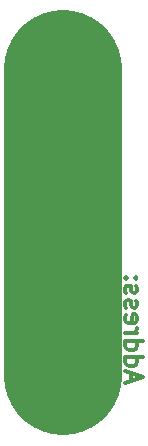
<source format=gbr>
G04 #@! TF.FileFunction,Legend,Bot*
%FSLAX46Y46*%
G04 Gerber Fmt 4.6, Leading zero omitted, Abs format (unit mm)*
G04 Created by KiCad (PCBNEW 4.0.7-e2-6376~58~ubuntu16.04.1) date Sat Mar  3 01:45:26 2018*
%MOMM*%
%LPD*%
G01*
G04 APERTURE LIST*
%ADD10C,0.100000*%
%ADD11C,0.300000*%
%ADD12C,10.000000*%
G04 APERTURE END LIST*
D10*
D11*
X91250000Y-121892857D02*
X91250000Y-121178571D01*
X90821429Y-122035714D02*
X92321429Y-121535714D01*
X90821429Y-121035714D01*
X90821429Y-119892857D02*
X92321429Y-119892857D01*
X90892857Y-119892857D02*
X90821429Y-120035714D01*
X90821429Y-120321428D01*
X90892857Y-120464286D01*
X90964286Y-120535714D01*
X91107143Y-120607143D01*
X91535714Y-120607143D01*
X91678571Y-120535714D01*
X91750000Y-120464286D01*
X91821429Y-120321428D01*
X91821429Y-120035714D01*
X91750000Y-119892857D01*
X90821429Y-118535714D02*
X92321429Y-118535714D01*
X90892857Y-118535714D02*
X90821429Y-118678571D01*
X90821429Y-118964285D01*
X90892857Y-119107143D01*
X90964286Y-119178571D01*
X91107143Y-119250000D01*
X91535714Y-119250000D01*
X91678571Y-119178571D01*
X91750000Y-119107143D01*
X91821429Y-118964285D01*
X91821429Y-118678571D01*
X91750000Y-118535714D01*
X90821429Y-117821428D02*
X91821429Y-117821428D01*
X91535714Y-117821428D02*
X91678571Y-117750000D01*
X91750000Y-117678571D01*
X91821429Y-117535714D01*
X91821429Y-117392857D01*
X90892857Y-116321429D02*
X90821429Y-116464286D01*
X90821429Y-116750000D01*
X90892857Y-116892857D01*
X91035714Y-116964286D01*
X91607143Y-116964286D01*
X91750000Y-116892857D01*
X91821429Y-116750000D01*
X91821429Y-116464286D01*
X91750000Y-116321429D01*
X91607143Y-116250000D01*
X91464286Y-116250000D01*
X91321429Y-116964286D01*
X90892857Y-115678572D02*
X90821429Y-115535715D01*
X90821429Y-115250000D01*
X90892857Y-115107143D01*
X91035714Y-115035715D01*
X91107143Y-115035715D01*
X91250000Y-115107143D01*
X91321429Y-115250000D01*
X91321429Y-115464286D01*
X91392857Y-115607143D01*
X91535714Y-115678572D01*
X91607143Y-115678572D01*
X91750000Y-115607143D01*
X91821429Y-115464286D01*
X91821429Y-115250000D01*
X91750000Y-115107143D01*
X90892857Y-114464286D02*
X90821429Y-114321429D01*
X90821429Y-114035714D01*
X90892857Y-113892857D01*
X91035714Y-113821429D01*
X91107143Y-113821429D01*
X91250000Y-113892857D01*
X91321429Y-114035714D01*
X91321429Y-114250000D01*
X91392857Y-114392857D01*
X91535714Y-114464286D01*
X91607143Y-114464286D01*
X91750000Y-114392857D01*
X91821429Y-114250000D01*
X91821429Y-114035714D01*
X91750000Y-113892857D01*
X90964286Y-113178571D02*
X90892857Y-113107143D01*
X90821429Y-113178571D01*
X90892857Y-113250000D01*
X90964286Y-113178571D01*
X90821429Y-113178571D01*
X91750000Y-113178571D02*
X91678571Y-113107143D01*
X91607143Y-113178571D01*
X91678571Y-113250000D01*
X91750000Y-113178571D01*
X91607143Y-113178571D01*
D12*
X85500000Y-121500000D02*
X85500000Y-95500000D01*
M02*

</source>
